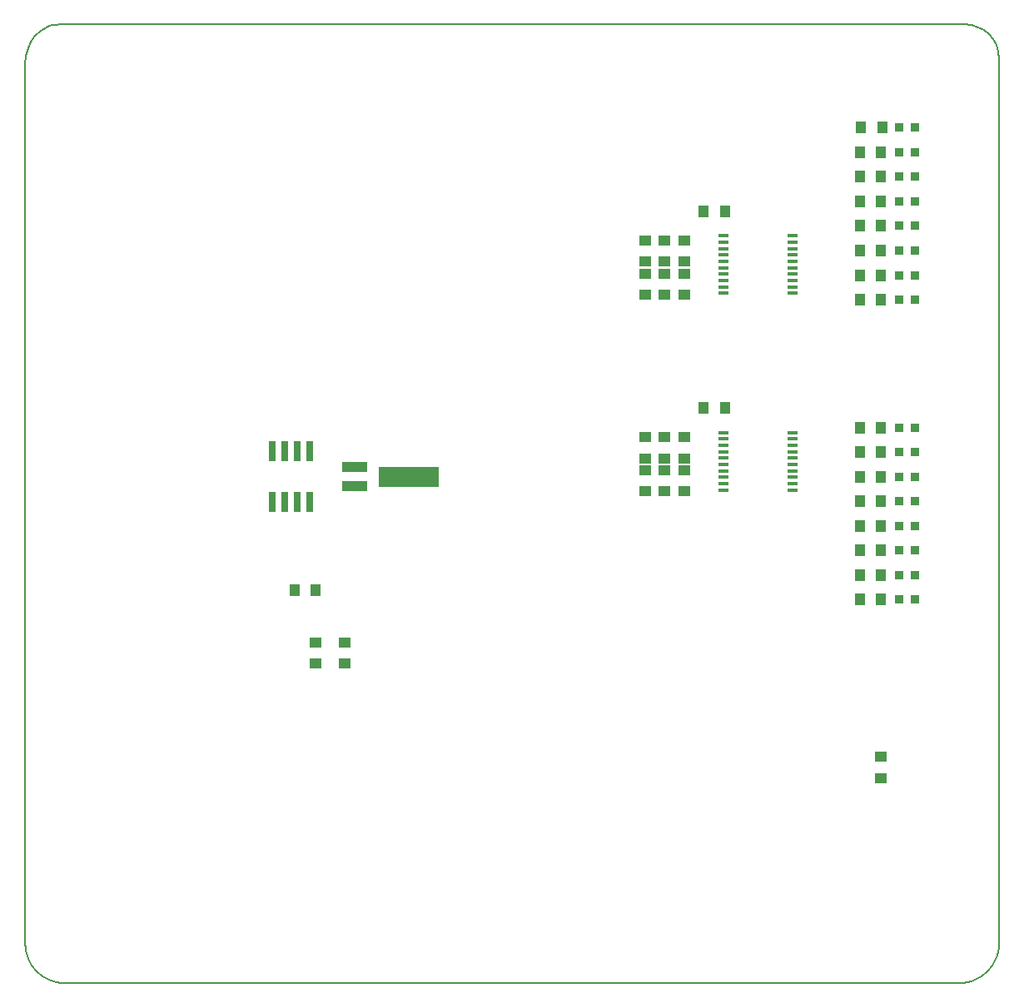
<source format=gbr>
G04 PROTEUS RS274X GERBER FILE*
%FSLAX45Y45*%
%MOMM*%
G01*
%ADD21R,0.635000X2.032000*%
%ADD22R,1.100000X0.400000*%
%ADD23R,1.270000X1.016000*%
%ADD24R,1.016000X1.270000*%
%ADD25R,0.889000X0.939800*%
%ADD26R,2.540000X1.016000*%
%ADD27R,6.096000X2.032000*%
%ADD72C,0.203200*%
D21*
X+2940500Y-4389650D03*
X+2813500Y-4389650D03*
X+2686500Y-4389650D03*
X+2559500Y-4389650D03*
X+2559500Y-4910350D03*
X+2686500Y-4910350D03*
X+2813500Y-4910350D03*
X+2940500Y-4910350D03*
D22*
X+7150000Y-2200000D03*
X+7150000Y-2265000D03*
X+7150000Y-2330000D03*
X+7150000Y-2395000D03*
X+7150000Y-2460000D03*
X+7150000Y-2525000D03*
X+7150000Y-2590000D03*
X+7150000Y-2655000D03*
X+7150000Y-2720000D03*
X+7150000Y-2785000D03*
X+7850000Y-2785000D03*
X+7850000Y-2720000D03*
X+7850000Y-2655000D03*
X+7850000Y-2590000D03*
X+7850000Y-2525000D03*
X+7850000Y-2460000D03*
X+7850000Y-2395000D03*
X+7850000Y-2330000D03*
X+7850000Y-2265000D03*
X+7850000Y-2200000D03*
X+7150000Y-4200000D03*
X+7150000Y-4265000D03*
X+7150000Y-4330000D03*
X+7150000Y-4395000D03*
X+7150000Y-4460000D03*
X+7150000Y-4525000D03*
X+7150000Y-4590000D03*
X+7150000Y-4655000D03*
X+7150000Y-4720000D03*
X+7150000Y-4785000D03*
X+7850000Y-4785000D03*
X+7850000Y-4720000D03*
X+7850000Y-4655000D03*
X+7850000Y-4590000D03*
X+7850000Y-4525000D03*
X+7850000Y-4460000D03*
X+7850000Y-4395000D03*
X+7850000Y-4330000D03*
X+7850000Y-4265000D03*
X+7850000Y-4200000D03*
D23*
X+8748458Y-7713500D03*
X+8748458Y-7500140D03*
X+6350000Y-4250000D03*
X+6350000Y-4463360D03*
X+6750000Y-4250000D03*
X+6750000Y-4463360D03*
X+6550000Y-4250000D03*
X+6550000Y-4463360D03*
X+6350000Y-4800000D03*
X+6350000Y-4586640D03*
X+6750000Y-4800000D03*
X+6750000Y-4586640D03*
X+6550000Y-4800000D03*
X+6550000Y-4586640D03*
X+6350000Y-2250000D03*
X+6350000Y-2463360D03*
X+6750000Y-2250000D03*
X+6750000Y-2463360D03*
X+6550000Y-2250000D03*
X+6550000Y-2463360D03*
X+6350000Y-2800000D03*
X+6350000Y-2586640D03*
X+6750000Y-2800000D03*
X+6750000Y-2586640D03*
X+6550000Y-2800000D03*
X+6550000Y-2586640D03*
D24*
X+6950000Y-1950000D03*
X+7163360Y-1950000D03*
X+6950000Y-3950000D03*
X+7163360Y-3950000D03*
D25*
X+8940000Y-1100000D03*
X+9100000Y-1100000D03*
X+8940000Y-1350000D03*
X+9100000Y-1350000D03*
X+8940000Y-1600000D03*
X+9100000Y-1600000D03*
X+8940000Y-1850000D03*
X+9100000Y-1850000D03*
X+8940000Y-2100000D03*
X+9100000Y-2100000D03*
X+8940000Y-2350000D03*
X+9100000Y-2350000D03*
X+8940000Y-2600000D03*
X+9100000Y-2600000D03*
X+8940000Y-2850000D03*
X+9100000Y-2850000D03*
X+8940000Y-4150000D03*
X+9100000Y-4150000D03*
X+8940000Y-4400000D03*
X+9100000Y-4400000D03*
X+8940000Y-4650000D03*
X+9100000Y-4650000D03*
X+8940000Y-4900000D03*
X+9100000Y-4900000D03*
X+8940000Y-5150000D03*
X+9100000Y-5150000D03*
X+8940000Y-5400000D03*
X+9100000Y-5400000D03*
X+8940000Y-5650000D03*
X+9100000Y-5650000D03*
X+8940000Y-5900000D03*
X+9100000Y-5900000D03*
D24*
X+8763360Y-1100000D03*
X+8550000Y-1100000D03*
X+8750000Y-1350000D03*
X+8536640Y-1350000D03*
X+8750000Y-1600000D03*
X+8536640Y-1600000D03*
X+8750000Y-1850000D03*
X+8536640Y-1850000D03*
X+8750000Y-2100000D03*
X+8536640Y-2100000D03*
X+8750000Y-2350000D03*
X+8536640Y-2350000D03*
X+8750000Y-2600000D03*
X+8536640Y-2600000D03*
X+8750000Y-2850000D03*
X+8536640Y-2850000D03*
X+8750000Y-4150000D03*
X+8536640Y-4150000D03*
X+8750000Y-4400000D03*
X+8536640Y-4400000D03*
X+8750000Y-4650000D03*
X+8536640Y-4650000D03*
X+8750000Y-4900000D03*
X+8536640Y-4900000D03*
X+8750000Y-5150000D03*
X+8536640Y-5150000D03*
X+8750000Y-5400000D03*
X+8536640Y-5400000D03*
X+8750000Y-5650000D03*
X+8536640Y-5650000D03*
X+8750000Y-5900000D03*
X+8536640Y-5900000D03*
D26*
X+3400000Y-4750000D03*
X+3400000Y-4550000D03*
D27*
X+3950000Y-4650000D03*
D23*
X+3300000Y-6553360D03*
X+3300000Y-6340000D03*
X+3000000Y-6340000D03*
X+3000000Y-6553360D03*
D24*
X+3000000Y-5800000D03*
X+2786640Y-5800000D03*
D72*
X+400000Y-50000D02*
X+9600000Y-50000D01*
X+9950000Y-400000D02*
X+9950000Y-9400000D01*
X+50000Y-9400000D02*
X+50000Y-450000D01*
X+9600000Y-50000D02*
X+9671564Y-56964D01*
X+9737744Y-77002D01*
X+9797259Y-108832D01*
X+9848828Y-151172D01*
X+9891168Y-202740D01*
X+9922998Y-262256D01*
X+9943036Y-328436D01*
X+9950000Y-400000D01*
X+400000Y-50000D02*
X+363625Y-52020D01*
X+328436Y-57959D01*
X+294593Y-67633D01*
X+262256Y-80859D01*
X+202741Y-117236D01*
X+151172Y-165625D01*
X+108832Y-224561D01*
X+77002Y-292578D01*
X+56964Y-368213D01*
X+50000Y-450000D01*
X+450000Y-9800000D02*
X+9550000Y-9800000D01*
X+50000Y-9400000D02*
X+52020Y-9441571D01*
X+57959Y-9481787D01*
X+67633Y-9520465D01*
X+80859Y-9557422D01*
X+97455Y-9592474D01*
X+117236Y-9625439D01*
X+165625Y-9684375D01*
X+224561Y-9732764D01*
X+257526Y-9752545D01*
X+292578Y-9769141D01*
X+329535Y-9782367D01*
X+368213Y-9792041D01*
X+408429Y-9797980D01*
X+450000Y-9800000D01*
X+9550000Y-9800000D02*
X+9591571Y-9797980D01*
X+9631787Y-9792041D01*
X+9670465Y-9782367D01*
X+9707422Y-9769141D01*
X+9742474Y-9752545D01*
X+9775439Y-9732764D01*
X+9834375Y-9684375D01*
X+9882764Y-9625439D01*
X+9902545Y-9592474D01*
X+9919141Y-9557422D01*
X+9932367Y-9520465D01*
X+9942041Y-9481787D01*
X+9947980Y-9441571D01*
X+9950000Y-9400000D01*
M02*

</source>
